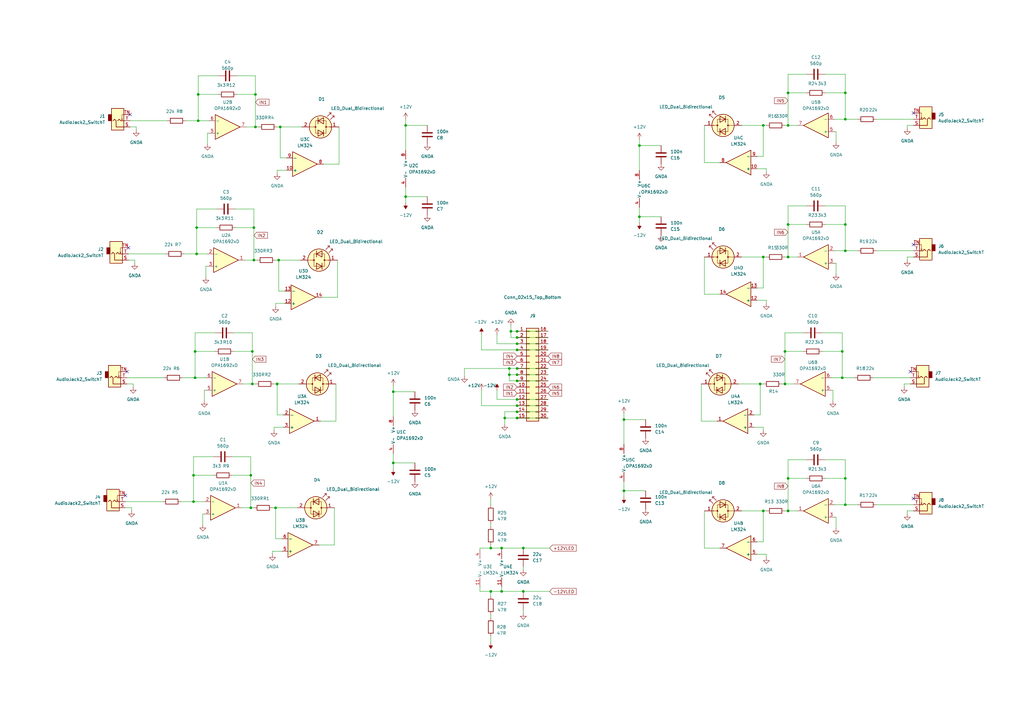
<source format=kicad_sch>
(kicad_sch (version 20231120) (generator "eeschema") (generator_version "8.0")
  (paper "A3")
  (junction (at 212.09 171.45))
  (junction (at 323.215 38.1))
  (junction (at 161.29 160.655))
  (junction (at 201.295 242.57))
  (junction (at 205.74 224.79))
  (junction (at 262.255 88.9))
  (junction (at 161.29 189.865))
  (junction (at 313.055 51.435))
  (junction (at 323.215 209.55))
  (junction (at 114.935 52.07))
  (junction (at 113.03 208.28))
  (junction (at 214.63 224.79))
  (junction (at 313.055 209.55))
  (junction (at 113.665 157.48))
  (junction (at 104.775 38.735))
  (junction (at 212.09 166.37))
  (junction (at 346.71 102.87))
  (junction (at 313.055 105.41))
  (junction (at 323.215 92.075))
  (junction (at 80.01 154.94))
  (junction (at 103.505 144.145))
  (junction (at 104.14 93.345))
  (junction (at 79.375 194.945))
  (junction (at 323.215 196.215))
  (junction (at 212.09 163.83))
  (junction (at 81.28 49.53))
  (junction (at 208.915 151.13))
  (junction (at 207.01 171.45))
  (junction (at 166.37 80.645))
  (junction (at 255.905 201.295))
  (junction (at 212.09 135.89))
  (junction (at 208.915 153.67))
  (junction (at 212.09 138.43))
  (junction (at 346.71 92.075))
  (junction (at 323.215 105.41))
  (junction (at 321.945 144.145))
  (junction (at 80.01 144.145))
  (junction (at 255.905 172.085))
  (junction (at 323.215 51.435))
  (junction (at 102.87 194.945))
  (junction (at 79.375 205.74))
  (junction (at 212.09 156.21))
  (junction (at 201.295 224.79))
  (junction (at 209.55 135.89))
  (junction (at 114.3 106.68))
  (junction (at 103.505 157.48))
  (junction (at 321.945 157.48))
  (junction (at 311.785 157.48))
  (junction (at 166.37 51.435))
  (junction (at 212.09 140.97))
  (junction (at 104.775 52.07))
  (junction (at 214.63 242.57))
  (junction (at 104.14 106.68))
  (junction (at 81.28 38.735))
  (junction (at 346.71 48.895))
  (junction (at 212.09 153.67))
  (junction (at 212.09 151.13))
  (junction (at 102.87 208.28))
  (junction (at 212.09 168.91))
  (junction (at 80.645 93.345))
  (junction (at 346.71 196.215))
  (junction (at 205.74 242.57))
  (junction (at 346.71 38.1))
  (junction (at 345.44 154.94))
  (junction (at 212.09 143.51))
  (junction (at 345.44 144.145))
  (junction (at 346.71 207.01))
  (junction (at 262.255 59.69))
  (junction (at 80.645 104.14))
  (no_connect (at 53.34 46.99))
  (no_connect (at 374.65 46.355))
  (no_connect (at 52.705 101.6))
  (no_connect (at 52.07 152.4))
  (no_connect (at 51.435 203.2))
  (no_connect (at 373.38 152.4))
  (no_connect (at 374.65 100.33))
  (no_connect (at 374.65 204.47))
  (wire (pts (xy 205.74 224.79) (xy 205.74 225.425)))
  (wire (pts (xy 207.01 171.45) (xy 207.01 173.99)))
  (wire (pts (xy 337.185 144.145) (xy 345.44 144.145)))
  (wire (pts (xy 329.565 136.525) (xy 321.945 136.525)))
  (wire (pts (xy 255.905 172.085) (xy 255.905 182.245)))
  (wire (pts (xy 207.01 168.91) (xy 207.01 171.45)))
  (wire (pts (xy 166.37 76.835) (xy 166.37 80.645)))
  (wire (pts (xy 53.34 49.53) (xy 68.58 49.53)))
  (wire (pts (xy 212.09 138.43) (xy 224.79 138.43)))
  (wire (pts (xy 96.52 93.345) (xy 104.14 93.345)))
  (wire (pts (xy 97.155 38.735) (xy 104.775 38.735)))
  (wire (pts (xy 52.705 106.68) (xy 55.245 106.68)))
  (wire (pts (xy 214.63 250.19) (xy 214.63 251.46)))
  (wire (pts (xy 346.71 38.1) (xy 346.71 48.895)))
  (wire (pts (xy 111.76 226.06) (xy 111.76 227.33)))
  (wire (pts (xy 337.185 136.525) (xy 345.44 136.525)))
  (wire (pts (xy 80.645 93.345) (xy 80.645 104.14)))
  (wire (pts (xy 81.28 49.53) (xy 85.725 49.53)))
  (wire (pts (xy 103.505 157.48) (xy 99.695 157.48)))
  (wire (pts (xy 137.795 157.48) (xy 137.795 172.72)))
  (wire (pts (xy 288.925 120.65) (xy 295.275 120.65)))
  (wire (pts (xy 212.09 143.51) (xy 224.79 143.51)))
  (wire (pts (xy 330.835 196.215) (xy 323.215 196.215)))
  (wire (pts (xy 112.395 157.48) (xy 113.665 157.48)))
  (wire (pts (xy 323.215 51.435) (xy 327.025 51.435)))
  (wire (pts (xy 323.215 105.41) (xy 321.945 105.41)))
  (wire (pts (xy 338.455 188.595) (xy 346.71 188.595)))
  (wire (pts (xy 330.835 84.455) (xy 323.215 84.455)))
  (wire (pts (xy 81.28 38.735) (xy 81.28 49.53)))
  (wire (pts (xy 102.87 208.28) (xy 104.14 208.28)))
  (wire (pts (xy 208.915 153.67) (xy 212.09 153.67)))
  (wire (pts (xy 373.38 154.94) (xy 358.14 154.94)))
  (wire (pts (xy 85.09 54.61) (xy 85.09 59.055)))
  (wire (pts (xy 374.65 207.01) (xy 359.41 207.01)))
  (wire (pts (xy 346.71 207.01) (xy 342.265 207.01)))
  (wire (pts (xy 89.535 31.115) (xy 81.28 31.115)))
  (wire (pts (xy 201.295 223.52) (xy 201.295 224.79)))
  (wire (pts (xy 113.665 69.85) (xy 113.665 71.12)))
  (wire (pts (xy 346.71 102.87) (xy 342.265 102.87)))
  (wire (pts (xy 338.455 30.48) (xy 346.71 30.48)))
  (wire (pts (xy 52.07 154.94) (xy 67.31 154.94)))
  (wire (pts (xy 346.71 188.595) (xy 346.71 196.215)))
  (wire (pts (xy 262.255 88.9) (xy 262.255 91.44)))
  (wire (pts (xy 85.09 109.22) (xy 84.455 109.22)))
  (wire (pts (xy 262.255 85.09) (xy 262.255 88.9)))
  (wire (pts (xy 323.215 84.455) (xy 323.215 92.075)))
  (wire (pts (xy 314.325 123.19) (xy 314.325 124.46)))
  (wire (pts (xy 104.775 52.07) (xy 106.045 52.07)))
  (wire (pts (xy 255.905 197.485) (xy 255.905 201.295)))
  (wire (pts (xy 104.14 93.345) (xy 104.14 106.68)))
  (wire (pts (xy 201.295 242.57) (xy 205.74 242.57)))
  (wire (pts (xy 161.29 186.055) (xy 161.29 189.865)))
  (wire (pts (xy 329.565 144.145) (xy 321.945 144.145)))
  (wire (pts (xy 288.925 66.675) (xy 295.275 66.675)))
  (wire (pts (xy 112.395 175.26) (xy 112.395 176.53)))
  (wire (pts (xy 321.945 136.525) (xy 321.945 144.145)))
  (wire (pts (xy 113.03 124.46) (xy 113.03 125.73)))
  (wire (pts (xy 95.885 144.145) (xy 103.505 144.145)))
  (wire (pts (xy 212.09 163.83) (xy 224.79 163.83)))
  (wire (pts (xy 104.775 52.07) (xy 100.965 52.07)))
  (wire (pts (xy 88.265 136.525) (xy 80.01 136.525)))
  (wire (pts (xy 102.87 194.945) (xy 102.87 208.28)))
  (wire (pts (xy 323.215 209.55) (xy 321.945 209.55)))
  (wire (pts (xy 212.09 151.13) (xy 224.79 151.13)))
  (wire (pts (xy 304.165 51.435) (xy 313.055 51.435)))
  (wire (pts (xy 51.435 205.74) (xy 66.675 205.74)))
  (wire (pts (xy 288.925 224.79) (xy 295.275 224.79)))
  (wire (pts (xy 138.43 121.92) (xy 132.08 121.92)))
  (wire (pts (xy 208.915 153.67) (xy 208.915 156.21)))
  (wire (pts (xy 166.37 80.645) (xy 166.37 83.185)))
  (wire (pts (xy 309.245 175.26) (xy 313.055 175.26)))
  (wire (pts (xy 313.055 64.135) (xy 310.515 64.135)))
  (wire (pts (xy 104.775 38.735) (xy 104.775 52.07)))
  (wire (pts (xy 104.14 106.68) (xy 105.41 106.68)))
  (wire (pts (xy 288.925 105.41) (xy 288.925 120.65)))
  (wire (pts (xy 205.74 224.79) (xy 214.63 224.79)))
  (wire (pts (xy 372.11 51.435) (xy 372.11 52.705)))
  (wire (pts (xy 80.01 154.94) (xy 84.455 154.94)))
  (wire (pts (xy 313.055 157.48) (xy 311.785 157.48)))
  (wire (pts (xy 83.82 210.82) (xy 83.185 210.82)))
  (wire (pts (xy 190.5 151.13) (xy 190.5 154.305)))
  (wire (pts (xy 201.295 224.79) (xy 205.74 224.79)))
  (wire (pts (xy 311.785 157.48) (xy 311.785 170.18)))
  (wire (pts (xy 314.325 227.33) (xy 314.325 228.6)))
  (wire (pts (xy 310.515 227.33) (xy 314.325 227.33)))
  (wire (pts (xy 113.03 106.68) (xy 114.3 106.68)))
  (wire (pts (xy 345.44 144.145) (xy 345.44 154.94)))
  (wire (pts (xy 87.63 194.945) (xy 79.375 194.945)))
  (wire (pts (xy 255.905 201.295) (xy 255.905 203.835)))
  (wire (pts (xy 345.44 154.94) (xy 340.995 154.94)))
  (wire (pts (xy 345.44 154.94) (xy 350.52 154.94)))
  (wire (pts (xy 212.09 166.37) (xy 224.79 166.37)))
  (wire (pts (xy 190.5 151.13) (xy 208.915 151.13)))
  (wire (pts (xy 103.505 136.525) (xy 103.505 144.145)))
  (wire (pts (xy 212.09 168.91) (xy 224.79 168.91)))
  (wire (pts (xy 84.455 160.02) (xy 83.82 160.02)))
  (wire (pts (xy 80.01 154.94) (xy 74.93 154.94)))
  (wire (pts (xy 346.71 30.48) (xy 346.71 38.1)))
  (wire (pts (xy 113.03 208.28) (xy 113.03 220.98)))
  (wire (pts (xy 103.505 157.48) (xy 104.775 157.48)))
  (wire (pts (xy 310.515 123.19) (xy 314.325 123.19)))
  (wire (pts (xy 346.71 207.01) (xy 351.79 207.01)))
  (wire (pts (xy 330.835 30.48) (xy 323.215 30.48)))
  (wire (pts (xy 83.82 160.02) (xy 83.82 164.465)))
  (wire (pts (xy 314.325 51.435) (xy 313.055 51.435)))
  (wire (pts (xy 53.34 52.07) (xy 55.88 52.07)))
  (wire (pts (xy 338.455 92.075) (xy 346.71 92.075)))
  (wire (pts (xy 372.11 209.55) (xy 372.11 210.82)))
  (wire (pts (xy 288.925 51.435) (xy 288.925 66.675)))
  (wire (pts (xy 123.19 106.68) (xy 114.3 106.68)))
  (wire (pts (xy 203.835 163.83) (xy 203.835 160.02)))
  (wire (pts (xy 197.485 137.16) (xy 197.485 143.51)))
  (wire (pts (xy 196.85 240.665) (xy 196.85 242.57)))
  (wire (pts (xy 345.44 136.525) (xy 345.44 144.145)))
  (wire (pts (xy 208.915 151.13) (xy 212.09 151.13)))
  (wire (pts (xy 80.645 85.725) (xy 80.645 93.345)))
  (wire (pts (xy 196.85 224.79) (xy 196.85 225.425)))
  (wire (pts (xy 342.265 107.95) (xy 342.9 107.95)))
  (wire (pts (xy 88.9 93.345) (xy 80.645 93.345)))
  (wire (pts (xy 212.09 171.45) (xy 224.79 171.45)))
  (wire (pts (xy 262.255 88.9) (xy 271.145 88.9)))
  (wire (pts (xy 81.28 31.115) (xy 81.28 38.735)))
  (wire (pts (xy 346.71 48.895) (xy 351.79 48.895)))
  (wire (pts (xy 313.055 105.41) (xy 313.055 118.11)))
  (wire (pts (xy 102.87 208.28) (xy 99.06 208.28)))
  (wire (pts (xy 212.09 171.45) (xy 207.01 171.45)))
  (wire (pts (xy 287.655 172.72) (xy 294.005 172.72)))
  (wire (pts (xy 80.01 136.525) (xy 80.01 144.145)))
  (wire (pts (xy 370.84 157.48) (xy 370.84 158.75)))
  (wire (pts (xy 323.215 188.595) (xy 323.215 196.215)))
  (wire (pts (xy 262.255 57.15) (xy 262.255 59.69)))
  (wire (pts (xy 321.945 157.48) (xy 325.755 157.48)))
  (wire (pts (xy 346.71 84.455) (xy 346.71 92.075)))
  (wire (pts (xy 80.645 104.14) (xy 75.565 104.14)))
  (wire (pts (xy 212.09 166.37) (xy 197.485 166.37)))
  (wire (pts (xy 342.9 212.09) (xy 342.9 216.535)))
  (wire (pts (xy 262.255 59.69) (xy 262.255 69.85)))
  (wire (pts (xy 255.905 201.295) (xy 264.795 201.295)))
  (wire (pts (xy 314.325 209.55) (xy 313.055 209.55)))
  (wire (pts (xy 85.725 54.61) (xy 85.09 54.61)))
  (wire (pts (xy 113.665 170.18) (xy 116.205 170.18)))
  (wire (pts (xy 113.03 220.98) (xy 115.57 220.98)))
  (wire (pts (xy 139.065 52.07) (xy 139.065 67.31)))
  (wire (pts (xy 338.455 84.455) (xy 346.71 84.455)))
  (wire (pts (xy 137.16 208.28) (xy 137.16 223.52)))
  (wire (pts (xy 137.795 172.72) (xy 131.445 172.72)))
  (wire (pts (xy 214.63 242.57) (xy 225.425 242.57)))
  (wire (pts (xy 161.29 160.655) (xy 161.29 170.815)))
  (wire (pts (xy 212.09 156.21) (xy 224.79 156.21)))
  (wire (pts (xy 79.375 194.945) (xy 79.375 205.74)))
  (wire (pts (xy 117.475 69.85) (xy 113.665 69.85)))
  (wire (pts (xy 330.835 92.075) (xy 323.215 92.075)))
  (wire (pts (xy 313.055 209.55) (xy 313.055 222.25)))
  (wire (pts (xy 214.63 232.41) (xy 214.63 233.68)))
  (wire (pts (xy 313.055 175.26) (xy 313.055 176.53)))
  (wire (pts (xy 121.92 208.28) (xy 113.03 208.28)))
  (wire (pts (xy 302.895 157.48) (xy 311.785 157.48)))
  (wire (pts (xy 201.295 252.095) (xy 201.295 253.365)))
  (wire (pts (xy 212.09 140.97) (xy 224.79 140.97)))
  (wire (pts (xy 95.885 136.525) (xy 103.505 136.525)))
  (wire (pts (xy 341.63 160.02) (xy 341.63 164.465)))
  (wire (pts (xy 104.14 85.725) (xy 104.14 93.345)))
  (wire (pts (xy 313.055 51.435) (xy 313.055 64.135)))
  (wire (pts (xy 323.215 30.48) (xy 323.215 38.1)))
  (wire (pts (xy 139.065 67.31) (xy 132.715 67.31)))
  (wire (pts (xy 373.38 157.48) (xy 370.84 157.48)))
  (wire (pts (xy 95.25 194.945) (xy 102.87 194.945)))
  (wire (pts (xy 321.945 144.145) (xy 321.945 157.48)))
  (wire (pts (xy 114.3 119.38) (xy 116.84 119.38)))
  (wire (pts (xy 95.25 187.325) (xy 102.87 187.325)))
  (wire (pts (xy 166.37 80.645) (xy 175.26 80.645)))
  (wire (pts (xy 52.07 157.48) (xy 54.61 157.48)))
  (wire (pts (xy 104.775 31.115) (xy 104.775 38.735)))
  (wire (pts (xy 209.55 138.43) (xy 209.55 135.89)))
  (wire (pts (xy 52.705 104.14) (xy 67.945 104.14)))
  (wire (pts (xy 205.74 242.57) (xy 214.63 242.57)))
  (wire (pts (xy 166.37 51.435) (xy 166.37 61.595)))
  (wire (pts (xy 313.055 118.11) (xy 310.515 118.11)))
  (wire (pts (xy 374.65 51.435) (xy 372.11 51.435)))
  (wire (pts (xy 342.265 53.975) (xy 342.9 53.975)))
  (wire (pts (xy 314.325 69.215) (xy 314.325 70.485)))
  (wire (pts (xy 212.09 153.67) (xy 224.79 153.67)))
  (wire (pts (xy 323.215 196.215) (xy 323.215 209.55)))
  (wire (pts (xy 87.63 187.325) (xy 79.375 187.325)))
  (wire (pts (xy 208.915 151.13) (xy 208.915 153.67)))
  (wire (pts (xy 346.71 92.075) (xy 346.71 102.87)))
  (wire (pts (xy 80.01 144.145) (xy 80.01 154.94)))
  (wire (pts (xy 79.375 187.325) (xy 79.375 194.945)))
  (wire (pts (xy 374.65 102.87) (xy 359.41 102.87)))
  (wire (pts (xy 137.16 223.52) (xy 130.81 223.52)))
  (wire (pts (xy 114.935 52.07) (xy 114.935 64.77)))
  (wire (pts (xy 338.455 196.215) (xy 346.71 196.215)))
  (wire (pts (xy 201.295 242.57) (xy 201.295 244.475)))
  (wire (pts (xy 340.995 160.02) (xy 341.63 160.02)))
  (wire (pts (xy 88.265 144.145) (xy 80.01 144.145)))
  (wire (pts (xy 196.85 242.57) (xy 201.295 242.57)))
  (wire (pts (xy 209.55 135.89) (xy 212.09 135.89)))
  (wire (pts (xy 212.09 168.91) (xy 207.01 168.91)))
  (wire (pts (xy 314.325 105.41) (xy 313.055 105.41)))
  (wire (pts (xy 201.295 260.985) (xy 201.295 263.525)))
  (wire (pts (xy 212.09 135.89) (xy 224.79 135.89)))
  (wire (pts (xy 346.71 102.87) (xy 351.79 102.87)))
  (wire (pts (xy 212.09 140.97) (xy 203.835 140.97)))
  (wire (pts (xy 209.55 135.89) (xy 209.55 133.35)))
  (wire (pts (xy 113.665 157.48) (xy 113.665 170.18)))
  (wire (pts (xy 161.29 189.865) (xy 161.29 192.405)))
  (wire (pts (xy 304.165 105.41) (xy 313.055 105.41)))
  (wire (pts (xy 311.785 170.18) (xy 309.245 170.18)))
  (wire (pts (xy 53.975 208.28) (xy 53.975 209.55)))
  (wire (pts (xy 342.9 107.95) (xy 342.9 112.395)))
  (wire (pts (xy 323.215 38.1) (xy 323.215 51.435)))
  (wire (pts (xy 166.37 48.895) (xy 166.37 51.435)))
  (wire (pts (xy 104.14 106.68) (xy 100.33 106.68)))
  (wire (pts (xy 201.295 204.597) (xy 201.295 207.137)))
  (wire (pts (xy 197.485 143.51) (xy 212.09 143.51)))
  (wire (pts (xy 55.245 106.68) (xy 55.245 107.95)))
  (wire (pts (xy 205.74 242.57) (xy 205.74 240.665)))
  (wire (pts (xy 346.71 48.895) (xy 342.265 48.895)))
  (wire (pts (xy 304.165 209.55) (xy 313.055 209.55)))
  (wire (pts (xy 51.435 208.28) (xy 53.975 208.28)))
  (wire (pts (xy 212.09 138.43) (xy 209.55 138.43)))
  (wire (pts (xy 96.52 85.725) (xy 104.14 85.725)))
  (wire (pts (xy 214.63 224.79) (xy 225.425 224.79)))
  (wire (pts (xy 113.665 52.07) (xy 114.935 52.07)))
  (wire (pts (xy 323.215 51.435) (xy 321.945 51.435)))
  (wire (pts (xy 262.255 59.69) (xy 271.145 59.69)))
  (wire (pts (xy 81.28 49.53) (xy 76.2 49.53)))
  (wire (pts (xy 342.265 212.09) (xy 342.9 212.09)))
  (wire (pts (xy 338.455 38.1) (xy 346.71 38.1)))
  (wire (pts (xy 79.375 205.74) (xy 74.295 205.74)))
  (wire (pts (xy 111.76 208.28) (xy 113.03 208.28)))
  (wire (pts (xy 88.9 85.725) (xy 80.645 85.725)))
  (wire (pts (xy 323.215 105.41) (xy 327.025 105.41)))
  (wire (pts (xy 330.835 38.1) (xy 323.215 38.1)))
  (wire (pts (xy 55.88 52.07) (xy 55.88 53.34)))
  (wire (pts (xy 313.055 222.25) (xy 310.515 222.25)))
  (wire (pts (xy 201.295 224.79) (xy 196.85 224.79)))
  (wire (pts (xy 79.375 205.74) (xy 83.82 205.74)))
  (wire (pts (xy 161.29 158.115) (xy 161.29 160.655)))
  (wire (pts (xy 161.29 160.655) (xy 170.18 160.655)))
  (wire (pts (xy 323.215 92.075) (xy 323.215 105.41)))
  (wire (pts (xy 374.65 105.41) (xy 372.11 105.41)))
  (wire (pts (xy 80.645 104.14) (xy 85.09 104.14)))
  (wire (pts (xy 102.87 187.325) (xy 102.87 194.945)))
  (wire (pts (xy 310.515 69.215) (xy 314.325 69.215)))
  (wire (pts (xy 255.905 172.085) (xy 264.795 172.085)))
  (wire (pts (xy 321.945 157.48) (xy 320.675 157.48)))
  (wire (pts (xy 103.505 144.145) (xy 103.505 157.48)))
  (wire (pts (xy 330.835 188.595) (xy 323.215 188.595)))
  (wire (pts (xy 197.485 160.02) (xy 197.485 166.37)))
  (wire (pts (xy 372.11 105.41) (xy 372.11 106.68)))
  (wire (pts (xy 212.09 156.21) (xy 208.915 156.21)))
  (wire (pts (xy 89.535 38.735) (xy 81.28 38.735)))
  (wire (pts (xy 201.295 214.757) (xy 201.295 215.9)))
  (wire (pts (xy 346.71 196.215) (xy 346.71 207.01)))
  (wire (pts (xy 203.835 140.97) (xy 203.835 137.16)))
  (wire (pts (xy 97.155 31.115) (xy 104.775 31.115)))
  (wire (pts (xy 84.455 109.22) (xy 84.455 113.665)))
  (wire (pts (xy 122.555 157.48) (xy 113.665 157.48)))
  (wire (pts (xy 374.65 48.895) (xy 359.41 48.895)))
  (wire (pts (xy 166.37 51.435) (xy 175.26 51.435)))
  (wire (pts (xy 138.43 106.68) (xy 138.43 121.92)))
  (wire (pts (xy 255.905 169.545) (xy 255.905 172.085)))
  (wire (pts (xy 116.205 175.26) (xy 112.395 175.26)))
  (wire (pts (xy 287.655 157.48) (xy 287.655 172.72)))
  (wire (pts (xy 342.9 53.975) (xy 342.9 58.42)))
  (wire (pts (xy 114.935 64.77) (xy 117.475 64.77)))
  (wire (pts (xy 116.84 124.46) (xy 113.03 124.46)))
  (wire (pts (xy 115.57 226.06) (xy 111.76 226.06)))
  (wire (pts (xy 374.65 209.55) (xy 372.11 209.55)))
  (wire (pts (xy 288.925 209.55) (xy 288.925 224.79)))
  (wire (pts (xy 83.185 210.82) (xy 83.185 215.265)))
  (wire (pts (xy 123.825 52.07) (xy 114.935 52.07)))
  (wire (pts (xy 212.09 163.83) (xy 203.835 163.83)))
  (wire (pts (xy 54.61 157.48) (xy 54.61 158.75)))
  (wire (pts (xy 161.29 189.865) (xy 170.18 189.865)))
  (wire (pts (xy 114.3 106.68) (xy 114.3 119.38)))
  (wire (pts (xy 323.215 209.55) (xy 327.025 209.55)))
  (global_label "IN6" (shape input) (at 224.79 158.75 0) (property "Intersheetrefs" "${INTERSHEET_REFS}" (effects (hide yes))))
  (global_label "IN1" (shape input) (at 104.775 41.91 0) (property "Intersheetrefs" "${INTERSHEET_REFS}" (effects (hide yes))))
  (global_label "IN4" (shape input) (at 212.09 146.05 180) (property "Intersheetrefs" "${INTERSHEET_REFS}" (effects (hide yes))))
  (global_label "IN2" (shape input) (at 212.09 158.75 180) (property "Intersheetrefs" "${INTERSHEET_REFS}" (effects (hide yes))))
  (global_label "IN7" (shape input) (at 224.79 148.59 0) (property "Intersheetrefs" "${INTERSHEET_REFS}" (effects (hide yes))))
  (global_label "IN5" (shape input) (at 224.79 161.29 0) (property "Intersheetrefs" "${INTERSHEET_REFS}" (effects (hide yes))))
  (global_label "+12VLED" (shape input) (at 225.425 224.79 0) (property "Intersheetrefs" "${INTERSHEET_REFS}" (effects (hide yes))))
  (global_label "IN8" (shape input) (at 224.79 146.05 0) (property "Intersheetrefs" "${INTERSHEET_REFS}" (effects (hide yes))))
  (global_label "IN1" (shape input) (at 212.09 161.29 180) (property "Intersheetrefs" "${INTERSHEET_REFS}" (effects (hide yes))))
  (global_label "IN8" (shape input) (at 323.215 199.39 180) (property "Intersheetrefs" "${INTERSHEET_REFS}" (effects (hide yes))))
  (global_label "IN3" (shape input) (at 212.09 148.59 180) (property "Intersheetrefs" "${INTERSHEET_REFS}" (effects (hide yes))))
  (global_label "IN7" (shape input) (at 321.945 147.32 180) (property "Intersheetrefs" "${INTERSHEET_REFS}" (effects (hide yes))))
  (global_label "IN5" (shape input) (at 323.215 41.275 180) (property "Intersheetrefs" "${INTERSHEET_REFS}" (effects (hide yes))))
  (global_label "IN6" (shape input) (at 323.215 95.25 180) (property "Intersheetrefs" "${INTERSHEET_REFS}" (effects (hide yes))))
  (global_label "IN4" (shape input) (at 102.87 198.12 0) (property "Intersheetrefs" "${INTERSHEET_REFS}" (effects (hide yes))))
  (global_label "IN3" (shape input) (at 103.505 147.32 0) (property "Intersheetrefs" "${INTERSHEET_REFS}" (effects (hide yes))))
  (global_label "-12VLED" (shape input) (at 225.425 242.57 0) (property "Intersheetrefs" "${INTERSHEET_REFS}" (effects (hide yes))))
  (global_label "IN2" (shape input) (at 104.14 96.52 0) (property "Intersheetrefs" "${INTERSHEET_REFS}" (effects (hide yes))))
  (symbol (lib_id "power:GNDA") (at 214.63 251.46 0) (unit 1)
    (property "Reference" "#PWR04" (effects (hide yes)))
    (property "Value" "GNDA" (at 214.63 256.54 0))
  )
  (symbol (lib_id "Amplifier_Operational:OPA1692xD") (at 333.375 157.48 180) (unit 2)
    (property "Reference" "U6" (at 333.375 148.59 0))
    (property "Value" "OPA1692xD" (at 333.375 151.13 0))
    (property "Footprint" "Package_SO:SOIC-8_3.9x4.9mm_P1.27mm" (effects (hide yes)))
    (property "Datasheet" "https://www.ti.com/lit/ds/symlink/opa1692.pdf" (effects (hide yes)))
  )
  (symbol (lib_id "Device:C") (at 214.63 246.38 180) (unit 1)
    (property "Reference" "C18" (at 218.44 247.65 0) (effects (justify right)))
    (property "Value" "22u" (at 218.44 245.11 0) (effects (justify right)))
    (property "Footprint" "Capacitor_SMD:C_0805_2012Metric_Pad1.18x1.45mm_HandSolder" (effects (hide yes)))
  )
  (symbol (lib_id "Amplifier_Operational:OPA1692xD") (at 92.71 106.68 0) (mirror x) (unit 1)
    (property "Reference" "U2" (at 92.71 96.52 0))
    (property "Value" "OPA1692xD" (at 92.71 99.06 0))
    (property "Footprint" "Package_SO:SOIC-8_3.9x4.9mm_P1.27mm" (effects (hide yes)))
    (property "Datasheet" "https://www.ti.com/lit/ds/symlink/opa1692.pdf" (effects (hide yes)))
  )
  (symbol (lib_id "Amplifier_Operational:OPA1692xD") (at 255.905 189.865 0) (unit 3)
    (property "Reference" "U5" (at 256.54 188.5949 0) (effects (justify left)))
    (property "Value" "OPA1692xD" (at 256.54 191.1349 0) (effects (justify left)))
    (property "Footprint" "Package_SO:SOIC-8_3.9x4.9mm_P1.27mm" (effects (hide yes)))
    (property "Datasheet" "https://www.ti.com/lit/ds/symlink/opa1692.pdf" (effects (hide yes)))
  )
  (symbol (lib_id "power:GNDA") (at 314.325 70.485 0) (mirror y) (unit 1)
    (property "Reference" "#PWR0114" (effects (hide yes)))
    (property "Value" "GNDA" (at 314.325 75.565 0))
  )
  (symbol (lib_id "power:-12V") (at 262.255 91.44 180) (unit 1)
    (property "Reference" "#PWR0117" (effects (hide yes)))
    (property "Value" "-12V" (at 262.255 96.52 0))
  )
  (symbol (lib_id "Device:R") (at 334.645 38.1 270) (unit 1)
    (property "Reference" "R24" (at 333.375 34.29 90))
    (property "Value" "3k3" (at 337.185 34.29 90))
    (property "Footprint" "Resistor_SMD:R_0603_1608Metric_Pad0.98x0.95mm_HandSolder" (effects (hide yes)))
  )
  (symbol (lib_id "Device:C") (at 175.26 55.245 180) (unit 1)
    (property "Reference" "C8" (at 179.07 56.515 0) (effects (justify right)))
    (property "Value" "100n" (at 179.07 53.975 0) (effects (justify right)))
    (property "Footprint" "Capacitor_SMD:C_0603_1608Metric_Pad1.08x0.95mm_HandSolder" (effects (hide yes)))
  )
  (symbol (lib_id "Device:R") (at 109.22 106.68 90) (mirror x) (unit 1)
    (property "Reference" "R3" (at 110.49 102.87 90))
    (property "Value" "330R" (at 106.68 102.87 90))
    (property "Footprint" "Resistor_SMD:R_0603_1608Metric_Pad0.98x0.95mm_HandSolder" (effects (hide yes)))
  )
  (symbol (lib_id "power:GNDA") (at 54.61 158.75 0) (unit 1)
    (property "Reference" "#PWR0130" (effects (hide yes)))
    (property "Value" "GNDA" (at 54.61 163.83 0))
  )
  (symbol (lib_id "Device:R") (at 201.295 248.285 0) (unit 1)
    (property "Reference" "R27" (at 203.962 247.65 0) (effects (justify left)))
    (property "Value" "47R" (at 203.962 250.19 0) (effects (justify left)))
    (property "Footprint" "Resistor_SMD:R_0603_1608Metric_Pad0.98x0.95mm_HandSolder" (effects (hide yes)))
  )
  (symbol (lib_id "power:GNDA") (at 84.455 113.665 0) (unit 1)
    (property "Reference" "#PWR0103" (effects (hide yes)))
    (property "Value" "GNDA" (at 84.455 118.745 0))
  )
  (symbol (lib_id "power:GNDA") (at 111.76 227.33 0) (unit 1)
    (property "Reference" "#PWR0139" (effects (hide yes)))
    (property "Value" "GNDA" (at 111.76 232.41 0))
  )
  (symbol (lib_id "Device:R") (at 355.6 207.01 270) (unit 1)
    (property "Reference" "R17" (at 354.33 203.2 90))
    (property "Value" "22k" (at 358.14 203.2 90))
    (property "Footprint" "Resistor_SMD:R_0603_1608Metric_Pad0.98x0.95mm_HandSolder" (effects (hide yes)))
  )
  (symbol (lib_id "Device:R") (at 72.39 49.53 90) (mirror x) (unit 1)
    (property "Reference" "R8" (at 73.66 45.72 90))
    (property "Value" "22k" (at 69.85 45.72 90))
    (property "Footprint" "Resistor_SMD:R_0603_1608Metric_Pad0.98x0.95mm_HandSolder" (effects (hide yes)))
  )
  (symbol (lib_id "Device:R") (at 333.375 144.145 270) (unit 1)
    (property "Reference" "R22" (at 332.105 140.335 90))
    (property "Value" "3k3" (at 335.915 140.335 90))
    (property "Footprint" "Resistor_SMD:R_0603_1608Metric_Pad0.98x0.95mm_HandSolder" (effects (hide yes)))
  )
  (symbol (lib_id "power:GNDA") (at 53.975 209.55 0) (unit 1)
    (property "Reference" "#PWR0142" (effects (hide yes)))
    (property "Value" "GNDA" (at 53.975 214.63 0))
  )
  (symbol (lib_id "power:GNDA") (at 342.9 216.535 0) (mirror y) (unit 1)
    (property "Reference" "#PWR0108" (effects (hide yes)))
    (property "Value" "GNDA" (at 342.9 221.615 0))
  )
  (symbol (lib_id "power:GNDA") (at 85.09 59.055 0) (unit 1)
    (property "Reference" "#PWR0102" (effects (hide yes)))
    (property "Value" "GNDA" (at 85.09 64.135 0))
  )
  (symbol (lib_id "Device:R") (at 201.295 219.71 0) (unit 1)
    (property "Reference" "R26" (at 203.962 219.075 0) (effects (justify left)))
    (property "Value" "47R" (at 203.962 221.615 0) (effects (justify left)))
    (property "Footprint" "Resistor_SMD:R_0603_1608Metric_Pad0.98x0.95mm_HandSolder" (effects (hide yes)))
  )
  (symbol (lib_id "Device:LED_Dual_Bidirectional") (at 296.545 105.41 0) (mirror y) (unit 1)
    (property "Reference" "D6" (at 296.0497 93.98 0))
    (property "Value" "LED_Dual_Bidirectional" (at 281.305 97.79 0))
    (property "Footprint" "LED_THT:LED_D3.0mm" (effects (hide yes)))
  )
  (symbol (lib_id "Amplifier_Operational:OPA1692xD") (at 91.44 208.28 0) (mirror x) (unit 1)
    (property "Reference" "U1" (at 91.44 198.12 0))
    (property "Value" "OPA1692xD" (at 91.44 200.66 0))
    (property "Footprint" "Package_SO:SOIC-8_3.9x4.9mm_P1.27mm" (effects (hide yes)))
    (property "Datasheet" "https://www.ti.com/lit/ds/symlink/opa1692.pdf" (effects (hide yes)))
  )
  (symbol (lib_id "Connector:AudioJack2_SwitchT") (at 47.625 104.14 0) (mirror x) (unit 1)
    (property "Reference" "J2" (at 42.545 102.2349 0) (effects (justify right)))
    (property "Value" "AudioJack2_SwitchT" (at 42.545 104.7749 0) (effects (justify right)))
    (property "Footprint" "Eigenes:Thonkicon" (effects (hide yes)))
  )
  (symbol (lib_id "Device:C") (at 92.075 136.525 90) (unit 1)
    (property "Reference" "C2" (at 92.075 129.54 90))
    (property "Value" "560p" (at 92.075 132.08 90))
    (property "Footprint" "Capacitor_SMD:C_0603_1608Metric_Pad1.08x0.95mm_HandSolder" (effects (hide yes)))
  )
  (symbol (lib_id "power:GNDA") (at 372.11 52.705 0) (mirror y) (unit 1)
    (property "Reference" "#PWR0157" (effects (hide yes)))
    (property "Value" "GNDA" (at 372.11 57.785 0))
  )
  (symbol (lib_id "power:GNDA") (at 175.26 88.265 0) (unit 1)
    (property "Reference" "#PWR0105" (effects (hide yes)))
    (property "Value" "GNDA" (at 175.26 93.345 0))
  )
  (symbol (lib_id "Device:C") (at 333.375 136.525 270) (mirror x) (unit 1)
    (property "Reference" "C10" (at 333.375 129.54 90))
    (property "Value" "560p" (at 333.375 132.08 90))
    (property "Footprint" "Capacitor_SMD:C_0603_1608Metric_Pad1.08x0.95mm_HandSolder" (effects (hide yes)))
  )
  (symbol (lib_id "power:GNDA") (at 214.63 233.68 0) (unit 1)
    (property "Reference" "#PWR03" (effects (hide yes)))
    (property "Value" "GNDA" (at 214.63 238.76 0))
  )
  (symbol (lib_id "power:GNDA") (at 314.325 124.46 0) (mirror y) (unit 1)
    (property "Reference" "#PWR0113" (effects (hide yes)))
    (property "Value" "GNDA" (at 314.325 129.54 0))
  )
  (symbol (lib_id "Amplifier_Operational:OPA1692xD") (at 93.345 52.07 0) (mirror x) (unit 2)
    (property "Reference" "U2" (at 93.345 41.91 0))
    (property "Value" "OPA1692xD" (at 93.345 44.45 0))
    (property "Footprint" "Package_SO:SOIC-8_3.9x4.9mm_P1.27mm" (effects (hide yes)))
    (property "Datasheet" "https://www.ti.com/lit/ds/symlink/opa1692.pdf" (effects (hide yes)))
  )
  (symbol (lib_id "Amplifier_Operational:LM324") (at 302.895 224.79 180) (unit 2)
    (property "Reference" "U4" (at 302.895 214.63 0))
    (property "Value" "LM324" (at 302.895 217.17 0))
    (property "Footprint" "Package_SO:SOIC-14_3.9x8.7mm_P1.27mm" (effects (hide yes)))
    (property "Datasheet" "http://www.ti.com/lit/ds/symlink/lm2902-n.pdf" (effects (hide yes)))
  )
  (symbol (lib_id "Device:C") (at 91.44 187.325 90) (unit 1)
    (property "Reference" "C1" (at 91.44 180.34 90))
    (property "Value" "560p" (at 91.44 182.88 90))
    (property "Footprint" "Capacitor_SMD:C_0603_1608Metric_Pad1.08x0.95mm_HandSolder" (effects (hide yes)))
  )
  (symbol (lib_id "power:GNDA") (at 170.18 197.485 0) (unit 1)
    (property "Reference" "#PWR0129" (effects (hide yes)))
    (property "Value" "GNDA" (at 170.18 202.565 0))
  )
  (symbol (lib_id "power:-12V") (at 166.37 83.185 180) (unit 1)
    (property "Reference" "#PWR0104" (effects (hide yes)))
    (property "Value" "-12V" (at 166.37 88.265 0))
  )
  (symbol (lib_id "Device:LED_Dual_Bidirectional") (at 130.175 157.48 0) (unit 1)
    (property "Reference" "D3" (at 130.6703 146.05 0))
    (property "Value" "LED_Dual_Bidirectional" (at 145.415 149.86 0))
    (property "Footprint" "LED_THT:LED_D3.0mm" (effects (hide yes)))
  )
  (symbol (lib_id "power:GNDA") (at 112.395 176.53 0) (unit 1)
    (property "Reference" "#PWR0128" (effects (hide yes)))
    (property "Value" "GNDA" (at 112.395 181.61 0))
  )
  (symbol (lib_id "Amplifier_Operational:LM324") (at 302.895 66.675 180) (unit 3)
    (property "Reference" "U4" (at 302.895 56.515 0))
    (property "Value" "LM324" (at 302.895 59.055 0))
    (property "Footprint" "Package_SO:SOIC-14_3.9x8.7mm_P1.27mm" (effects (hide yes)))
    (property "Datasheet" "http://www.ti.com/lit/ds/symlink/lm2902-n.pdf" (effects (hide yes)))
  )
  (symbol (lib_id "power:-12V") (at 203.835 160.02 0) (unit 1)
    (property "Reference" "#PWR0134" (effects (hide yes)))
    (property "Value" "-12V" (at 198.12 158.115 0) (effects (justify left)))
  )
  (symbol (lib_id "Connector:AudioJack2_SwitchT") (at 48.26 49.53 0) (mirror x) (unit 1)
    (property "Reference" "J1" (at 43.18 47.6249 0) (effects (justify right)))
    (property "Value" "AudioJack2_SwitchT" (at 43.18 50.1649 0) (effects (justify right)))
    (property "Footprint" "Eigenes:Thonkicon" (effects (hide yes)))
  )
  (symbol (lib_id "power:GNDA") (at 207.01 173.99 0) (mirror y) (unit 1)
    (property "Reference" "#PWR0127" (effects (hide yes)))
    (property "Value" "GNDA" (at 207.01 179.07 0))
  )
  (symbol (lib_id "Device:R") (at 318.135 105.41 270) (unit 1)
    (property "Reference" "R15" (at 316.865 101.6 90))
    (property "Value" "330R" (at 320.675 101.6 90))
    (property "Footprint" "Resistor_SMD:R_0603_1608Metric_Pad0.98x0.95mm_HandSolder" (effects (hide yes)))
  )
  (symbol (lib_id "Device:C") (at 334.645 30.48 270) (mirror x) (unit 1)
    (property "Reference" "C12" (at 334.645 23.495 90))
    (property "Value" "560p" (at 334.645 26.035 90))
    (property "Footprint" "Capacitor_SMD:C_0603_1608Metric_Pad1.08x0.95mm_HandSolder" (effects (hide yes)))
  )
  (symbol (lib_id "Device:R") (at 107.95 208.28 90) (mirror x) (unit 1)
    (property "Reference" "R1" (at 109.22 204.47 90))
    (property "Value" "330R" (at 105.41 204.47 90))
    (property "Footprint" "Resistor_SMD:R_0603_1608Metric_Pad0.98x0.95mm_HandSolder" (effects (hide yes)))
  )
  (symbol (lib_id "Amplifier_Operational:LM324") (at 123.825 172.72 0) (mirror x) (unit 1)
    (property "Reference" "U3" (at 123.825 162.56 0))
    (property "Value" "LM324" (at 123.825 165.1 0))
    (property "Footprint" "Package_SO:SOIC-14_3.9x8.7mm_P1.27mm" (effects (hide yes)))
    (property "Datasheet" "http://www.ti.com/lit/ds/symlink/lm2902-n.pdf" (effects (hide yes)))
  )
  (symbol (lib_id "Connector:AudioJack2_SwitchT") (at 379.73 102.87 180) (unit 1)
    (property "Reference" "J6" (at 384.81 100.9649 0) (effects (justify right)))
    (property "Value" "AudioJack2_SwitchT" (at 384.81 103.5049 0) (effects (justify right)))
    (property "Footprint" "Eigenes:Thonkicon" (effects (hide yes)))
  )
  (symbol (lib_id "Device:R") (at 71.12 154.94 90) (mirror x) (unit 1)
    (property "Reference" "R6" (at 72.39 151.13 90))
    (property "Value" "22k" (at 68.58 151.13 90))
    (property "Footprint" "Resistor_SMD:R_0603_1608Metric_Pad0.98x0.95mm_HandSolder" (effects (hide yes)))
  )
  (symbol (lib_id "Device:R") (at 318.135 209.55 270) (unit 1)
    (property "Reference" "R13" (at 315.468 205.74 90))
    (property "Value" "330R" (at 320.675 205.74 90))
    (property "Footprint" "Resistor_SMD:R_0603_1608Metric_Pad0.98x0.95mm_HandSolder" (effects (hide yes)))
  )
  (symbol (lib_id "Amplifier_Operational:OPA1692xD") (at 334.645 209.55 180) (unit 1)
    (property "Reference" "U6" (at 334.645 199.39 0))
    (property "Value" "OPA1692xD" (at 334.645 201.93 0))
    (property "Footprint" "Package_SO:SOIC-8_3.9x4.9mm_P1.27mm" (effects (hide yes)))
    (property "Datasheet" "https://www.ti.com/lit/ds/symlink/opa1692.pdf" (effects (hide yes)))
  )
  (symbol (lib_id "power:GNDA") (at 313.055 176.53 0) (mirror y) (unit 1)
    (property "Reference" "#PWR0120" (effects (hide yes)))
    (property "Value" "GNDA" (at 313.055 181.61 0))
  )
  (symbol (lib_id "Device:R") (at 316.865 157.48 270) (unit 1)
    (property "Reference" "R14" (at 317.246 160.528 90))
    (property "Value" "330R" (at 319.405 153.67 90))
    (property "Footprint" "Resistor_SMD:R_0603_1608Metric_Pad0.98x0.95mm_HandSolder" (effects (hide yes)))
  )
  (symbol (lib_id "power:GNDA") (at 264.795 179.705 0) (unit 1)
    (property "Reference" "#PWR0122" (effects (hide yes)))
    (property "Value" "GNDA" (at 264.795 184.785 0))
  )
  (symbol (lib_id "power:GNDA") (at 372.11 210.82 0) (mirror y) (unit 1)
    (property "Reference" "#PWR0118" (effects (hide yes)))
    (property "Value" "GNDA" (at 372.11 215.9 0))
  )
  (symbol (lib_id "Device:C") (at 264.795 205.105 180) (unit 1)
    (property "Reference" "C13" (at 268.605 206.375 0) (effects (justify right)))
    (property "Value" "100n" (at 268.605 203.835 0) (effects (justify right)))
    (property "Footprint" "Capacitor_SMD:C_0603_1608Metric_Pad1.08x0.95mm_HandSolder" (effects (hide yes)))
  )
  (symbol (lib_id "power:+12V") (at 201.295 204.597 0) (unit 1)
    (property "Reference" "#PWR01" (effects (hide yes)))
    (property "Value" "+12V" (at 201.295 199.517 0))
  )
  (symbol (lib_id "power:GNDA") (at 83.185 215.265 0) (unit 1)
    (property "Reference" "#PWR0140" (effects (hide yes)))
    (property "Value" "GNDA" (at 83.185 220.345 0))
  )
  (symbol (lib_id "Device:R") (at 92.075 144.145 90) (mirror x) (unit 1)
    (property "Reference" "R10" (at 93.345 140.335 90))
    (property "Value" "3k3" (at 89.535 140.335 90))
    (property "Footprint" "Resistor_SMD:R_0603_1608Metric_Pad0.98x0.95mm_HandSolder" (effects (hide yes)))
  )
  (symbol (lib_id "Device:C") (at 271.145 92.71 180) (unit 1)
    (property "Reference" "C15" (at 274.955 93.98 0) (effects (justify right)))
    (property "Value" "100n" (at 274.955 91.44 0) (effects (justify right)))
    (property "Footprint" "Capacitor_SMD:C_0603_1608Metric_Pad1.08x0.95mm_HandSolder" (effects (hide yes)))
  )
  (symbol (lib_id "Connector_Generic:Conn_02x15_Top_Bottom") (at 217.17 153.67 0) (unit 1)
    (property "Reference" "J9" (at 218.44 129.54 0))
    (property "Value" "Conn_02x15_Top_Bottom" (at 218.44 121.92 0))
    (property "Footprint" "Eigenes:analogIN-Main" (effects (hide yes)))
  )
  (symbol (lib_id "power:+12V") (at 161.29 158.115 0) (unit 1)
    (property "Reference" "#PWR0132" (effects (hide yes)))
    (property "Value" "+12V" (at 161.29 153.035 0))
  )
  (symbol (lib_id "power:GNDA") (at 271.145 67.31 0) (unit 1)
    (property "Reference" "#PWR0115" (effects (hide yes)))
    (property "Value" "GNDA" (at 271.145 72.39 0))
  )
  (symbol (lib_id "Device:R") (at 70.485 205.74 90) (mirror x) (unit 1)
    (property "Reference" "R5" (at 71.755 201.93 90))
    (property "Value" "22k" (at 67.945 201.93 90))
    (property "Footprint" "Resistor_SMD:R_0603_1608Metric_Pad0.98x0.95mm_HandSolder" (effects (hide yes)))
  )
  (symbol (lib_id "power:GNDA") (at 342.9 112.395 0) (mirror y) (unit 1)
    (property "Reference" "#PWR0112" (effects (hide yes)))
    (property "Value" "GNDA" (at 342.9 117.475 0))
  )
  (symbol (lib_id "Device:C") (at 334.645 84.455 270) (mirror x) (unit 1)
    (property "Reference" "C11" (at 334.645 77.47 90))
    (property "Value" "560p" (at 334.645 80.01 90))
    (property "Footprint" "Capacitor_SMD:C_0603_1608Metric_Pad1.08x0.95mm_HandSolder" (effects (hide yes)))
  )
  (symbol (lib_id "Device:R") (at 354.33 154.94 270) (unit 1)
    (property "Reference" "R18" (at 353.06 151.13 90))
    (property "Value" "22k" (at 356.87 151.13 90))
    (property "Footprint" "Resistor_SMD:R_0603_1608Metric_Pad0.98x0.95mm_HandSolder" (effects (hide yes)))
  )
  (symbol (lib_id "Device:R") (at 108.585 157.48 90) (mirror x) (unit 1)
    (property "Reference" "R2" (at 109.855 153.67 90))
    (property "Value" "330R" (at 106.045 153.67 90))
    (property "Footprint" "Resistor_SMD:R_0603_1608Metric_Pad0.98x0.95mm_HandSolder" (effects (hide yes)))
  )
  (symbol (lib_id "Device:C") (at 214.63 228.6 180) (unit 1)
    (property "Reference" "C17" (at 218.44 229.87 0) (effects (justify right)))
    (property "Value" "22u" (at 218.44 227.33 0) (effects (justify right)))
    (property "Footprint" "Capacitor_SMD:C_0805_2012Metric_Pad1.18x1.45mm_HandSolder" (effects (hide yes)))
  )
  (symbol (lib_id "power:+12V") (at 197.485 160.02 0) (mirror y) (unit 1)
    (property "Reference" "#PWR0137" (effects (hide yes)))
    (property "Value" "+12V" (at 194.31 158.115 0))
  )
  (symbol (lib_id "Amplifier_Operational:OPA1692xD") (at 166.37 69.215 0) (mirror y) (unit 3)
    (property "Reference" "U2" (at 167.64 67.9449 0) (effects (justify right)))
    (property "Value" "OPA1692xD" (at 167.64 70.4849 0) (effects (justify right)))
    (property "Footprint" "Package_SO:SOIC-8_3.9x4.9mm_P1.27mm" (effects (hide yes)))
    (property "Datasheet" "https://www.ti.com/lit/ds/symlink/opa1692.pdf" (effects (hide yes)))
  )
  (symbol (lib_id "Connector:AudioJack2_SwitchT") (at 379.73 48.895 180) (unit 1)
    (property "Reference" "J5" (at 384.81 46.9899 0) (effects (justify right)))
    (property "Value" "AudioJack2_SwitchT" (at 384.81 49.5299 0) (effects (justify right)))
    (property "Footprint" "Eigenes:Thonkicon" (effects (hide yes)))
  )
  (symbol (lib_id "Amplifier_Operational:LM324") (at 124.46 121.92 0) (mirror x) (unit 4)
    (property "Reference" "U3" (at 124.46 111.125 0))
    (property "Value" "LM324" (at 124.46 113.665 0))
    (property "Footprint" "Package_SO:SOIC-14_3.9x8.7mm_P1.27mm" (effects (hide yes)))
    (property "Datasheet" "http://www.ti.com/lit/ds/symlink/lm2902-n.pdf" (effects (hide yes)))
  )
  (symbol (lib_id "Device:LED_Dual_Bidirectional") (at 296.545 51.435 0) (mirror y) (unit 1)
    (property "Reference" "D5" (at 296.0497 40.005 0))
    (property "Value" "LED_Dual_Bidirectional" (at 281.305 43.815 0))
    (property "Footprint" "LED_THT:LED_D3.0mm" (effects (hide yes)))
  )
  (symbol (lib_id "Amplifier_Operational:OPA1692xD") (at 262.255 77.47 0) (unit 3)
    (property "Reference" "U6" (at 262.89 76.1999 0) (effects (justify left)))
    (property "Value" "OPA1692xD" (at 262.89 78.7399 0) (effects (justify left)))
    (property "Footprint" "Package_SO:SOIC-8_3.9x4.9mm_P1.27mm" (effects (hide yes)))
    (property "Datasheet" "https://www.ti.com/lit/ds/symlink/opa1692.pdf" (effects (hide yes)))
  )
  (symbol (lib_id "power:-12V") (at 201.295 263.525 180) (unit 1)
    (property "Reference" "#PWR02" (effects (hide yes)))
    (property "Value" "-12V" (at 201.295 268.605 0))
  )
  (symbol (lib_id "Device:LED_Dual_Bidirectional") (at 130.81 106.68 0) (unit 1)
    (property "Reference" "D2" (at 131.3053 95.25 0))
    (property "Value" "LED_Dual_Bidirectional" (at 146.05 99.06 0))
    (property "Footprint" "LED_THT:LED_D3.0mm" (effects (hide yes)))
  )
  (symbol (lib_id "power:GNDA") (at 209.55 133.35 0) (mirror x) (unit 1)
    (property "Reference" "#PWR0126" (effects (hide yes)))
    (property "Value" "GNDA" (at 209.55 128.27 0))
  )
  (symbol (lib_id "Amplifier_Operational:OPA1692xD") (at 334.645 51.435 180) (unit 2)
    (property "Reference" "U5" (at 334.645 41.91 0))
    (property "Value" "OPA1692xD" (at 334.645 44.45 0))
    (property "Footprint" "Package_SO:SOIC-8_3.9x4.9mm_P1.27mm" (effects (hide yes)))
    (property "Datasheet" "https://www.ti.com/lit/ds/symlink/opa1692.pdf" (effects (hide yes)))
  )
  (symbol (lib_id "power:GNDA") (at 113.665 71.12 0) (unit 1)
    (property "Reference" "#PWR0160" (effects (hide yes)))
    (property "Value" "GNDA" (at 113.665 76.2 0))
  )
  (symbol (lib_id "power:-12V") (at 197.485 137.16 0) (unit 1)
    (property "Reference" "#PWR0136" (effects (hide yes)))
    (property "Value" "-12V" (at 194.31 132.08 0) (effects (justify left)))
  )
  (symbol (lib_id "Device:C") (at 264.795 175.895 180) (unit 1)
    (property "Reference" "C14" (at 268.605 177.165 0) (effects (justify right)))
    (property "Value" "100n" (at 268.605 174.625 0) (effects (justify right)))
    (property "Footprint" "Capacitor_SMD:C_0603_1608Metric_Pad1.08x0.95mm_HandSolder" (effects (hide yes)))
  )
  (symbol (lib_id "power:+12V") (at 166.37 48.895 0) (unit 1)
    (property "Reference" "#PWR0107" (effects (hide yes)))
    (property "Value" "+12V" (at 166.37 43.815 0))
  )
  (symbol (lib_id "power:GNDA") (at 264.795 208.915 0) (unit 1)
    (property "Reference" "#PWR0125" (effects (hide yes)))
    (property "Value" "GNDA" (at 264.795 213.995 0))
  )
  (symbol (lib_id "Connector:AudioJack2_SwitchT") (at 379.73 207.01 180) (unit 1)
    (property "Reference" "J8" (at 384.81 205.1049 0) (effects (justify right)))
    (property "Value" "AudioJack2_SwitchT" (at 384.81 207.6449 0) (effects (justify right)))
    (property "Footprint" "Eigenes:Thonkicon" (effects (hide yes)))
  )
  (symbol (lib_id "power:-12V") (at 255.905 203.835 180) (unit 1)
    (property "Reference" "#PWR0123" (effects (hide yes)))
    (property "Value" "-12V" (at 255.905 208.915 0))
  )
  (symbol (lib_id "power:+12V") (at 255.905 169.545 0) (unit 1)
    (property "Reference" "#PWR0121" (effects (hide yes)))
    (property "Value" "+12V" (at 255.905 164.465 0))
  )
  (symbol (lib_id "power:GNDA") (at 55.88 53.34 0) (unit 1)
    (property "Reference" "#PWR0170" (effects (hide yes)))
    (property "Value" "GNDA" (at 55.88 58.42 0))
  )
  (symbol (lib_id "Connector:AudioJack2_SwitchT") (at 46.99 154.94 0) (mirror x) (unit 1)
    (property "Reference" "J3" (at 41.91 153.0349 0) (effects (justify right)))
    (property "Value" "AudioJack2_SwitchT" (at 41.91 155.5749 0) (effects (justify right)))
    (property "Footprint" "Eigenes:Thonkicon" (effects (hide yes)))
  )
  (symbol (lib_id "Amplifier_Operational:LM324") (at 301.625 172.72 180) (unit 1)
    (property "Reference" "U4" (at 301.625 162.56 0))
    (property "Value" "LM324" (at 301.625 165.1 0))
    (property "Footprint" "Package_SO:SOIC-14_3.9x8.7mm_P1.27mm" (effects (hide yes)))
    (property "Datasheet" "http://www.ti.com/lit/ds/symlink/lm2902-n.pdf" (effects (hide yes)))
  )
  (symbol (lib_id "power:-12V") (at 161.29 192.405 180) (unit 1)
    (property "Reference" "#PWR0131" (effects (hide yes)))
    (property "Value" "-12V" (at 161.29 197.485 0))
  )
  (symbol (lib_id "Device:C") (at 170.18 193.675 180) (unit 1)
    (property "Reference" "C5" (at 173.99 194.945 0) (effects (justify right)))
    (property "Value" "100n" (at 173.99 192.405 0) (effects (justify right)))
    (property "Footprint" "Capacitor_SMD:C_0603_1608Metric_Pad1.08x0.95mm_HandSolder" (effects (hide yes)))
  )
  (symbol (lib_id "power:GNDA") (at 83.82 164.465 0) (unit 1)
    (property "Reference" "#PWR0141" (effects (hide yes)))
    (property "Value" "GNDA" (at 83.82 169.545 0))
  )
  (symbol (lib_id "Device:LED_Dual_Bidirectional") (at 295.275 157.48 0) (mirror y) (unit 1)
    (property "Reference" "D7" (at 294.7797 146.05 0))
    (property "Value" "LED_Dual_Bidirectional" (at 280.035 149.86 0))
    (property "Footprint" "LED_THT:LED_D3.0mm" (effects (hide yes)))
  )
  (symbol (lib_id "power:+12V") (at 203.835 137.16 0) (mirror y) (unit 1)
    (property "Reference" "#PWR0135" (effects (hide yes)))
    (property "Value" "+12V" (at 203.835 132.08 0))
  )
  (symbol (lib_id "Device:C") (at 334.645 188.595 270) (mirror x) (unit 1)
    (property "Reference" "C9" (at 334.645 181.61 90))
    (property "Value" "560p" (at 334.645 184.15 90))
    (property "Footprint" "Capacitor_SMD:C_0603_1608Metric_Pad1.08x0.95mm_HandSolder" (effects (hide yes)))
  )
  (symbol (lib_id "power:GNDA") (at 372.11 106.68 0) (mirror y) (unit 1)
    (property "Reference" "#PWR0158" (effects (hide yes)))
    (property "Value" "GNDA" (at 372.11 111.76 0))
  )
  (symbol (lib_id "Amplifier_Operational:OPA1692xD") (at 161.29 178.435 0) (mirror y) (unit 3)
    (property "Reference" "U1" (at 162.56 177.1649 0) (effects (justify right)))
    (property "Value" "OPA1692xD" (at 162.56 179.7049 0) (effects (justify right)))
    (property "Footprint" "Package_SO:SOIC-8_3.9x4.9mm_P1.27mm" (effects (hide yes)))
    (property "Datasheet" "https://www.ti.com/lit/ds/symlink/opa1692.pdf" (effects (hide yes)))
  )
  (symbol (lib_id "Device:R") (at 355.6 48.895 270) (unit 1)
    (property "Reference" "R20" (at 354.33 45.085 90))
    (property "Value" "22k" (at 358.14 45.085 90))
    (property "Footprint" "Resistor_SMD:R_0603_1608Metric_Pad0.98x0.95mm_HandSolder" (effects (hide yes)))
  )
  (symbol (lib_id "Device:C") (at 271.145 63.5 180) (unit 1)
    (property "Reference" "C16" (at 274.955 64.77 0) (effects (justify right)))
    (property "Value" "100n" (at 274.955 62.23 0) (effects (justify right)))
    (property "Footprint" "Capacitor_SMD:C_0603_1608Metric_Pad1.08x0.95mm_HandSolder" (effects (hide yes)))
  )
  (symbol (lib_id "Device:C") (at 175.26 84.455 180) (unit 1)
    (property "Reference" "C7" (at 179.07 85.725 0) (effects (justify right)))
    (property "Value" "100n" (at 179.07 83.185 0) (effects (justify right)))
    (property "Footprint" "Capacitor_SMD:C_0603_1608Metric_Pad1.08x0.95mm_HandSolder" (effects (hide yes)))
  )
  (symbol (lib_id "Device:R") (at 318.135 51.435 270) (unit 1)
    (property "Reference" "R16" (at 316.865 47.625 90))
    (property "Value" "330R" (at 320.675 47.625 90))
    (property "Footprint" "Resistor_SMD:R_0603_1608Metric_Pad0.98x0.95mm_HandSolder" (effects (hide yes)))
  )
  (symbol (lib_id "Amplifier_Operational:OPA1692xD") (at 334.645 105.41 180) (unit 1)
    (property "Reference" "U5" (at 334.645 95.25 0))
    (property "Value" "OPA1692xD" (at 334.645 97.79 0))
    (property "Footprint" "Package_SO:SOIC-8_3.9x4.9mm_P1.27mm" (effects (hide yes)))
    (property "Datasheet" "https://www.ti.com/lit/ds/symlink/opa1692.pdf" (effects (hide yes)))
  )
  (symbol (lib_id "Amplifier_Operational:LM324") (at 194.31 233.045 0) (mirror y) (unit 5)
    (property "Reference" "U3" (at 198.12 232.41 0) (effects (justify right)))
    (property "Value" "LM324" (at 198.12 234.95 0) (effects (justify right)))
    (property "Footprint" "Package_SO:SOIC-14_3.9x8.7mm_P1.27mm" (effects (hide yes)))
    (property "Datasheet" "http://www.ti.com/lit/ds/symlink/lm2902-n.pdf" (effects (hide yes)))
  )
  (symbol (lib_id "Device:R") (at 355.6 102.87 270) (unit 1)
    (property "Reference" "R19" (at 354.33 99.06 90))
    (property "Value" "22k" (at 358.14 99.06 90))
    (property "Footprint" "Resistor_SMD:R_0603_1608Metric_Pad0.98x0.95mm_HandSolder" (effects (hide yes)))
  )
  (symbol (lib_id "power:GNDA") (at 271.145 96.52 0) (unit 1)
    (property "Reference" "#PWR0119" (effects (hide yes)))
    (property "Value" "GNDA" (at 271.145 101.6 0))
  )
  (symbol (lib_id "Device:LED_Dual_Bidirectional") (at 296.545 209.55 0) (mirror y) (unit 1)
    (property "Reference" "D8" (at 296.0497 198.12 0))
    (property "Value" "LED_Dual_Bidirectional" (at 281.305 201.93 0))
    (property "Footprint" "LED_THT:LED_D3.0mm" (effects (hide yes)))
  )
  (symbol (lib_id "Device:C") (at 92.71 85.725 90) (unit 1)
    (property "Reference" "C3" (at 92.71 78.74 90))
    (property "Value" "560p" (at 92.71 81.28 90))
    (property "Footprint" "Capacitor_SMD:C_0603_1608Metric_Pad1.08x0.95mm_HandSolder" (effects (hide yes)))
  )
  (symbol (lib_id "Amplifier_Operational:LM324") (at 208.28 233.045 0) (unit 5)
    (property "Reference" "U4" (at 206.375 232.41 0) (effects (justify left)))
    (property "Value" "LM324" (at 206.375 234.95 0) (effects (justify left)))
    (property "Footprint" "Package_SO:SOIC-14_3.9x8.7mm_P1.27mm" (effects (hide yes)))
    (property "Datasheet" "http://www.ti.com/lit/ds/symlink/lm2902-n.pdf" (effects (hide yes)))
  )
  (symbol (lib_id "Amplifier_Operational:LM324") (at 302.895 120.65 180) (unit 4)
    (property "Reference" "U4" (at 302.895 109.855 0))
    (property "Value" "LM324" (at 302.895 112.395 0))
    (property "Footprint" "Package_SO:SOIC-14_3.9x8.7mm_P1.27mm" (effects (hide yes)))
    (property "Datasheet" "http://www.ti.com/lit/ds/symlink/lm2902-n.pdf" (effects (hide yes)))
  )
  (symbol (lib_id "Device:LED_Dual_Bidirectional") (at 131.445 52.07 0) (unit 1)
    (property "Reference" "D1" (at 131.9403 40.64 0))
    (property "Value" "LED_Dual_Bidirectional" (at 146.685 44.45 0))
    (property "Footprint" "LED_THT:LED_D3.0mm" (effects (hide yes)))
  )
  (symbol (lib_id "power:GNDA") (at 341.63 164.465 0) (mirror y) (unit 1)
    (property "Reference" "#PWR0111" (effects (hide yes)))
    (property "Value" "GNDA" (at 341.63 169.545 0))
  )
  (symbol (lib_id "Amplifier_Operational:LM324") (at 123.19 223.52 0) (mirror x) (unit 2)
    (property "Reference" "U3" (at 123.19 213.36 0))
    (property "Value" "LM324" (at 123.19 215.9 0))
    (property "Footprint" "Package_SO:SOIC-14_3.9x8.7mm_P1.27mm" (effects (hide yes)))
    (property "Datasheet" "http://www.ti.com/lit/ds/symlink/lm2902-n.pdf" (effects (hide yes)))
  )
  (symbol (lib_id "Device:R") (at 201.295 257.175 0) (unit 1)
    (property "Reference" "R28" (at 203.708 257.175 0) (effects (justify left)))
    (property "Value" "47R" (at 203.708 259.715 0) (effects (justify left)))
    (property "Footprint" "Resistor_SMD:R_0603_1608Metric_Pad0.98x0.95mm_HandSolder" (effects (hide yes)))
  )
  (symbol (lib_id "power:GNDA") (at 55.245 107.95 0) (unit 1)
    (property "Reference" "#PWR0146" (effects (hide yes)))
    (property "Value" "GNDA" (at 55.245 113.03 0))
  )
  (symbol (lib_id "power:GNDA") (at 370.84 158.75 0) (mirror y) (unit 1)
    (property "Reference" "#PWR0124" (effects (hide yes)))
    (property "Value" "GNDA" (at 370.84 163.83 0))
  )
  (symbol (lib_id "Device:R") (at 91.44 194.945 90) (mirror x) (unit 1)
    (property "Reference" "R9" (at 92.71 191.135 90))
    (property "Value" "3k3" (at 88.9 191.135 90))
    (property "Footprint" "Resistor_SMD:R_0603_1608Metric_Pad0.98x0.95mm_HandSolder" (effects (hide yes)))
  )
  (symbol (lib_id "power:GNDA") (at 113.03 125.73 0) (unit 1)
    (property "Reference" "#PWR0101" (effects (hide yes)))
    (property "Value" "GNDA" (at 113.03 130.81 0))
  )
  (symbol (lib_id "power:GNDA") (at 314.325 228.6 0) (mirror y) (unit 1)
    (property "Reference" "#PWR0109" (effects (hide yes)))
    (property "Value" "GNDA" (at 314.325 233.68 0))
  )
  (symbol (lib_id "Device:R") (at 201.295 210.947 0) (unit 1)
    (property "Reference" "R25" (at 203.962 210.312 0) (effects (justify left)))
    (property "Value" "47R" (at 203.962 212.852 0) (effects (justify left)))
    (property "Footprint" "Resistor_SMD:R_0603_1608Metric_Pad0.98x0.95mm_HandSolder" (effects (hide yes)))
  )
  (symbol (lib_id "power:GNDA") (at 170.18 168.275 0) (unit 1)
    (property "Reference" "#PWR0133" (effects (hide yes)))
    (property "Value" "GNDA" (at 170.18 173.355 0))
  )
  (symbol (lib_id "Connector:AudioJack2_SwitchT") (at 378.46 154.94 180) (unit 1)
    (property "Reference" "J7" (at 383.54 153.0349 0) (effects (justify right)))
    (property "Value" "AudioJack2_SwitchT" (at 383.54 155.5749 0) (effects (justify right)))
    (property "Footprint" "Eigenes:Thonkicon" (effects (hide yes)))
  )
  (symbol (lib_id "Device:R") (at 334.645 196.215 270) (unit 1)
    (property "Reference" "R21" (at 333.375 192.405 90))
    (property "Value" "3k3" (at 337.185 192.405 90))
    (property "Footprint" "Resistor_SMD:R_0603_1608Metric_Pad0.98x0.95mm_HandSolder" (effects (hide yes)))
  )
  (symbol (lib_id "Connector:AudioJack2_SwitchT") (at 46.355 205.74 0) (mirror x) (unit 1)
    (property "Reference" "J4" (at 41.275 203.8349 0) (effects (justify right)))
    (property "Value" "AudioJack2_SwitchT" (at 41.275 206.3749 0) (effects (justify right)))
    (property "Footprint" "Eigenes:Thonkicon" (effects (hide yes)))
  )
  (symbol (lib_id "power:+12V") (at 262.255 57.15 0) (unit 1)
    (property "Reference" "#PWR0116" (effects (hide yes)))
    (property "Value" "+12V" (at 262.255 52.07 0))
  )
  (symbol (lib_id "Device:LED_Dual_Bidirectional") (at 129.54 208.28 0) (unit 1)
    (property "Reference" "D4" (at 130.0353 196.85 0))
    (property "Value" "LED_Dual_Bidirectional" (at 144.78 200.66 0))
    (property "Footprint" "LED_THT:LED_D3.0mm" (effects (hide yes)))
  )
  (symbol (lib_id "power:GNDA") (at 190.5 154.305 0) (mirror y) (unit 1)
    (property "Reference" "#PWR0138" (effects (hide yes)))
    (property "Value" "GNDA" (at 186.055 155.575 0))
  )
  (symbol (lib_id "Device:R") (at 92.71 93.345 90) (mirror x) (unit 1)
    (property "Reference" "R11" (at 93.98 89.535 90))
    (property "Value" "3k3" (at 90.17 89.535 90))
    (property "Footprint" "Resistor_SMD:R_0603_1608Metric_Pad0.98x0.95mm_HandSolder" (effects (hide yes)))
  )
  (symbol (lib_id "Device:R") (at 334.645 92.075 270) (unit 1)
    (property "Reference" "R23" (at 333.375 88.265 90))
    (property "Value" "3k3" (at 337.185 88.265 90))
    (property "Footprint" "Resistor_SMD:R_0603_1608Metric_Pad0.98x0.95mm_HandSolder" (effects (hide yes)))
  )
  (symbol (lib_id "Device:R") (at 109.855 52.07 90) (mirror x) (unit 1)
    (property "Reference" "R4" (at 111.125 48.26 90))
    (property "Value" "330R" (at 107.315 48.26 90))
    (property "Footprint" "Resistor_SMD:R_0603_1608Metric_Pad0.98x0.95mm_HandSolder" (effects (hide yes)))
  )
  (symbol (lib_id "Device:C") (at 93.345 31.115 90) (unit 1)
    (property "Reference" "C4" (at 93.345 25.4 90))
    (property "Value" "560p" (at 93.345 27.94 90))
    (property "Footprint" "Capacitor_SMD:C_0603_1608Metric_Pad1.08x0.95mm_HandSolder" (effects (hide yes)))
  )
  (symbol (lib_id "Device:R") (at 93.345 38.735 90) (mirror x) (unit 1)
    (property "Reference" "R12" (at 94.615 34.925 90))
    (property "Value" "3k3" (at 90.805 34.925 90))
    (property "Footprint" "Resistor_SMD:R_0603_1608Metric_Pad0.98x0.95mm_HandSolder" (effects (hide yes)))
  )
  (symbol (lib_id "power:GNDA") (at 175.26 59.055 0) (unit 1)
    (property "Reference" "#PWR0106" (effects (hide yes)))
    (property "Value" "GNDA" (at 175.26 64.135 0))
  )
  (symbol (lib_id "Amplifier_Operational:LM324") (at 125.095 67.31 0) (mirror x) (unit 3)
    (property "Reference" "U3" (at 125.095 57.15 0))
    (property "Value" "LM324" (at 125.095 59.69 0))
    (property "Footprint" "Package_SO:SOIC-14_3.9x8.7mm_P1.27mm" (effects (hide yes)))
    (property "Datasheet" "http://www.ti.com/lit/ds/symlink/lm2902-n.pdf" (effects (hide yes)))
  )
  (symbol (lib_id "Amplifier_Operational:OPA1692xD") (at 92.075 157.48 0) (mirror x) (unit 2)
    (property "Reference" "U1" (at 92.075 147.32 0))
    (property "Value" "OPA1692xD" (at 92.075 149.86 0))
    (property "Footprint" "Package_SO:SOIC-8_3.9x4.9mm_P1.27mm" (effects (hide yes)))
    (property "Datasheet" "https://www.ti.com/lit/ds/symlink/opa1692.pdf" (effects (hide yes)))
  )
  (symbol (lib_id "Device:R") (at 71.755 104.14 90) (mirror x) (unit 1)
    (property "Reference" "R7" (at 73.025 100.33 90))
    (property "Value" "22k" (at 69.215 100.33 90))
    (property "Footprint" "Resistor_SMD:R_0603_1608Metric_Pad0.98x0.95mm_HandSolder" (effects (hide yes)))
  )
  (symbol (lib_id "power:GNDA") (at 342.9 58.42 0) (mirror y) (unit 1)
    (property "Reference" "#PWR0110" (effects (hide yes)))
    (property "Value" "GNDA" (at 342.9 63.5 0))
  )
  (symbol (lib_id "Device:C") (at 170.18 164.465 180) (unit 1)
    (property "Reference" "C6" (at 173.99 165.735 0) (effects (justify right)))
    (property "Value" "100n" (at 173.99 163.195 0) (effects (justify right)))
    (property "Footprint" "Capacitor_SMD:C_0603_1608Metric_Pad1.08x0.95mm_HandSolder" (effects (hide yes)))
  )
)
</source>
